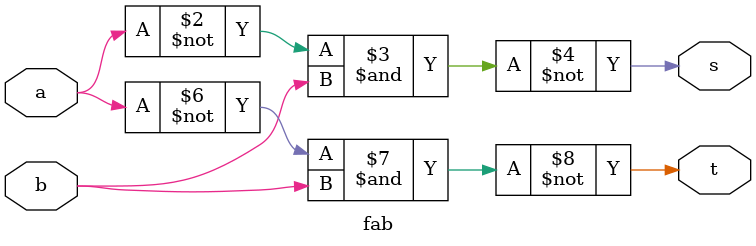
<source format=v>
/*
	Guia_0504.v
	842536 - Mateus Henrique Medeiros Diniz
	
	s = ~(~a & b)
	m a b s
	0 0 0 1
	1 0 1 0
	2 1 0 1
	3 1 1 1
*/

module Guia_0504;
	reg a, b;
	wire s, t;
	
	fab f (s, t, a, b);
	
	initial 
	begin: main
		integer i;
		
		$display("s = ~(~a & b)");
		$display("t = ~(~(a & a) & b)");
		
		$display("a b | s t");
		$monitor("%b %b | %b %b", a, b, s, t);
		
		a = 0;
		b = 0;
		
		for(i = 0; i < 3; i++) begin
			#1;	
			b = ~b;
			if((i + 1) % 2 == 0) begin
				a = ~a;
			end
		end
	end
endmodule

module fab (output s, t, input a, b);
	assign s = ~(~a & b);
	assign t = ~(~(a & a) & b);
endmodule
</source>
